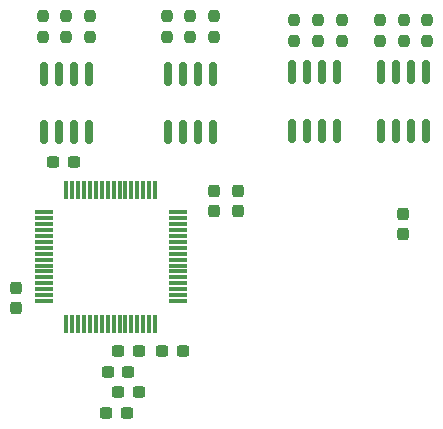
<source format=gtp>
G04 #@! TF.GenerationSoftware,KiCad,Pcbnew,(6.0.1)*
G04 #@! TF.CreationDate,2022-08-11T12:27:20+02:00*
G04 #@! TF.ProjectId,DMX,444d582e-6b69-4636-9164-5f7063625858,rev?*
G04 #@! TF.SameCoordinates,Original*
G04 #@! TF.FileFunction,Paste,Top*
G04 #@! TF.FilePolarity,Positive*
%FSLAX46Y46*%
G04 Gerber Fmt 4.6, Leading zero omitted, Abs format (unit mm)*
G04 Created by KiCad (PCBNEW (6.0.1)) date 2022-08-11 12:27:20*
%MOMM*%
%LPD*%
G01*
G04 APERTURE LIST*
G04 Aperture macros list*
%AMRoundRect*
0 Rectangle with rounded corners*
0 $1 Rounding radius*
0 $2 $3 $4 $5 $6 $7 $8 $9 X,Y pos of 4 corners*
0 Add a 4 corners polygon primitive as box body*
4,1,4,$2,$3,$4,$5,$6,$7,$8,$9,$2,$3,0*
0 Add four circle primitives for the rounded corners*
1,1,$1+$1,$2,$3*
1,1,$1+$1,$4,$5*
1,1,$1+$1,$6,$7*
1,1,$1+$1,$8,$9*
0 Add four rect primitives between the rounded corners*
20,1,$1+$1,$2,$3,$4,$5,0*
20,1,$1+$1,$4,$5,$6,$7,0*
20,1,$1+$1,$6,$7,$8,$9,0*
20,1,$1+$1,$8,$9,$2,$3,0*%
G04 Aperture macros list end*
%ADD10RoundRect,0.237500X-0.237500X0.250000X-0.237500X-0.250000X0.237500X-0.250000X0.237500X0.250000X0*%
%ADD11RoundRect,0.237500X0.237500X-0.250000X0.237500X0.250000X-0.237500X0.250000X-0.237500X-0.250000X0*%
%ADD12RoundRect,0.237500X0.237500X-0.300000X0.237500X0.300000X-0.237500X0.300000X-0.237500X-0.300000X0*%
%ADD13RoundRect,0.237500X-0.300000X-0.237500X0.300000X-0.237500X0.300000X0.237500X-0.300000X0.237500X0*%
%ADD14RoundRect,0.237500X0.300000X0.237500X-0.300000X0.237500X-0.300000X-0.237500X0.300000X-0.237500X0*%
%ADD15RoundRect,0.150000X0.150000X-0.825000X0.150000X0.825000X-0.150000X0.825000X-0.150000X-0.825000X0*%
%ADD16RoundRect,0.075000X-0.700000X-0.075000X0.700000X-0.075000X0.700000X0.075000X-0.700000X0.075000X0*%
%ADD17RoundRect,0.075000X-0.075000X-0.700000X0.075000X-0.700000X0.075000X0.700000X-0.075000X0.700000X0*%
%ADD18RoundRect,0.237500X-0.237500X0.300000X-0.237500X-0.300000X0.237500X-0.300000X0.237500X0.300000X0*%
G04 APERTURE END LIST*
D10*
X74550000Y-92437500D03*
X74550000Y-94262500D03*
D11*
X61750000Y-93912500D03*
X61750000Y-92087500D03*
D12*
X65750000Y-108662500D03*
X65750000Y-106937500D03*
D13*
X57637500Y-120500000D03*
X59362500Y-120500000D03*
D11*
X65750000Y-93912500D03*
X65750000Y-92087500D03*
D12*
X67800000Y-108662500D03*
X67800000Y-106937500D03*
D11*
X81800000Y-94262500D03*
X81800000Y-92437500D03*
D14*
X53862500Y-104500000D03*
X52137500Y-104500000D03*
D12*
X81750000Y-110612500D03*
X81750000Y-108887500D03*
D15*
X72395000Y-101825000D03*
X73665000Y-101825000D03*
X74935000Y-101825000D03*
X76205000Y-101825000D03*
X76205000Y-96875000D03*
X74935000Y-96875000D03*
X73665000Y-96875000D03*
X72395000Y-96875000D03*
D16*
X51325000Y-108750000D03*
X51325000Y-109250000D03*
X51325000Y-109750000D03*
X51325000Y-110250000D03*
X51325000Y-110750000D03*
X51325000Y-111250000D03*
X51325000Y-111750000D03*
X51325000Y-112250000D03*
X51325000Y-112750000D03*
X51325000Y-113250000D03*
X51325000Y-113750000D03*
X51325000Y-114250000D03*
X51325000Y-114750000D03*
X51325000Y-115250000D03*
X51325000Y-115750000D03*
X51325000Y-116250000D03*
D17*
X53250000Y-118175000D03*
X53750000Y-118175000D03*
X54250000Y-118175000D03*
X54750000Y-118175000D03*
X55250000Y-118175000D03*
X55750000Y-118175000D03*
X56250000Y-118175000D03*
X56750000Y-118175000D03*
X57250000Y-118175000D03*
X57750000Y-118175000D03*
X58250000Y-118175000D03*
X58750000Y-118175000D03*
X59250000Y-118175000D03*
X59750000Y-118175000D03*
X60250000Y-118175000D03*
X60750000Y-118175000D03*
D16*
X62675000Y-116250000D03*
X62675000Y-115750000D03*
X62675000Y-115250000D03*
X62675000Y-114750000D03*
X62675000Y-114250000D03*
X62675000Y-113750000D03*
X62675000Y-113250000D03*
X62675000Y-112750000D03*
X62675000Y-112250000D03*
X62675000Y-111750000D03*
X62675000Y-111250000D03*
X62675000Y-110750000D03*
X62675000Y-110250000D03*
X62675000Y-109750000D03*
X62675000Y-109250000D03*
X62675000Y-108750000D03*
D17*
X60750000Y-106825000D03*
X60250000Y-106825000D03*
X59750000Y-106825000D03*
X59250000Y-106825000D03*
X58750000Y-106825000D03*
X58250000Y-106825000D03*
X57750000Y-106825000D03*
X57250000Y-106825000D03*
X56750000Y-106825000D03*
X56250000Y-106825000D03*
X55750000Y-106825000D03*
X55250000Y-106825000D03*
X54750000Y-106825000D03*
X54250000Y-106825000D03*
X53750000Y-106825000D03*
X53250000Y-106825000D03*
D13*
X61387500Y-120500000D03*
X63112500Y-120500000D03*
D10*
X55250000Y-92087500D03*
X55250000Y-93912500D03*
D14*
X58499266Y-122230094D03*
X56774266Y-122230094D03*
D11*
X63750000Y-93912500D03*
X63750000Y-92087500D03*
D14*
X58362500Y-125750000D03*
X56637500Y-125750000D03*
D11*
X79800000Y-94262500D03*
X79800000Y-92437500D03*
D15*
X61845000Y-101975000D03*
X63115000Y-101975000D03*
X64385000Y-101975000D03*
X65655000Y-101975000D03*
X65655000Y-97025000D03*
X64385000Y-97025000D03*
X63115000Y-97025000D03*
X61845000Y-97025000D03*
D10*
X83800000Y-92437500D03*
X83800000Y-94262500D03*
D11*
X72550000Y-94262500D03*
X72550000Y-92437500D03*
X51250000Y-93912500D03*
X51250000Y-92087500D03*
D18*
X49000000Y-115137500D03*
X49000000Y-116862500D03*
D13*
X57637500Y-124000000D03*
X59362500Y-124000000D03*
D10*
X76550000Y-92437500D03*
X76550000Y-94262500D03*
D15*
X79895000Y-101825000D03*
X81165000Y-101825000D03*
X82435000Y-101825000D03*
X83705000Y-101825000D03*
X83705000Y-96875000D03*
X82435000Y-96875000D03*
X81165000Y-96875000D03*
X79895000Y-96875000D03*
X51345000Y-101975000D03*
X52615000Y-101975000D03*
X53885000Y-101975000D03*
X55155000Y-101975000D03*
X55155000Y-97025000D03*
X53885000Y-97025000D03*
X52615000Y-97025000D03*
X51345000Y-97025000D03*
D11*
X53250000Y-93912500D03*
X53250000Y-92087500D03*
M02*

</source>
